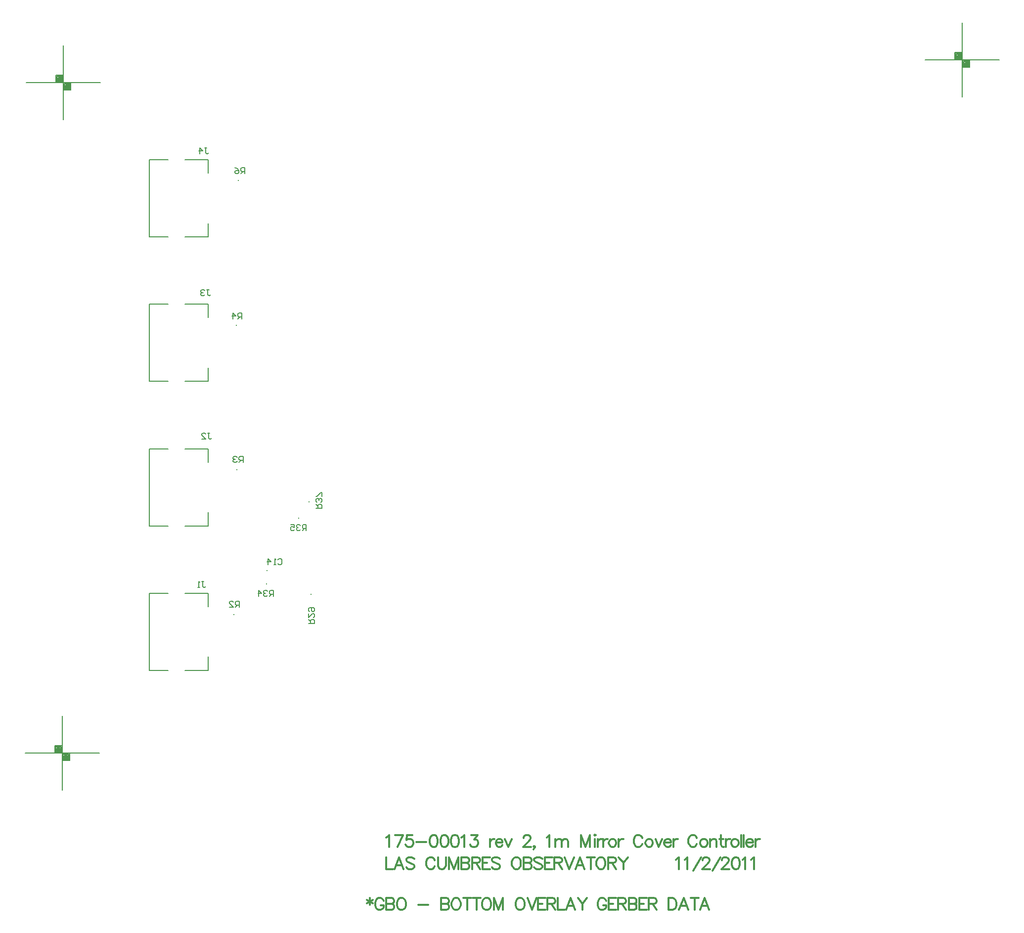
<source format=gbo>
%FSLAX23Y23*%
%MOIN*%
G70*
G01*
G75*
G04 Layer_Color=32896*
%ADD10R,0.025X0.100*%
%ADD11R,0.057X0.012*%
%ADD12R,0.025X0.185*%
%ADD13R,0.085X0.138*%
%ADD14R,0.085X0.043*%
%ADD15R,0.085X0.043*%
%ADD16R,0.035X0.053*%
%ADD17R,0.053X0.053*%
%ADD18R,0.070X0.135*%
%ADD19R,0.036X0.036*%
%ADD20R,0.098X0.268*%
%ADD21R,0.078X0.048*%
%ADD22R,0.063X0.075*%
%ADD23R,0.050X0.050*%
%ADD24R,0.079X0.209*%
%ADD25R,0.094X0.130*%
%ADD26O,0.028X0.098*%
%ADD27R,0.087X0.059*%
%ADD28O,0.027X0.010*%
%ADD29R,0.065X0.094*%
%ADD30O,0.024X0.010*%
%ADD31R,0.135X0.070*%
%ADD32R,0.050X0.050*%
%ADD33R,0.115X0.050*%
%ADD34R,0.065X0.135*%
%ADD35C,0.050*%
%ADD36C,0.008*%
%ADD37C,0.005*%
%ADD38C,0.012*%
%ADD39C,0.010*%
%ADD40C,0.020*%
%ADD41C,0.100*%
%ADD42C,0.030*%
%ADD43C,0.025*%
%ADD44C,0.012*%
%ADD45C,0.012*%
%ADD46C,0.060*%
%ADD47C,0.039*%
%ADD48C,0.220*%
%ADD49C,0.020*%
%ADD50C,0.059*%
%ADD51R,0.059X0.059*%
%ADD52C,0.063*%
%ADD53C,0.116*%
%ADD54C,0.065*%
%ADD55C,0.100*%
%ADD56C,0.079*%
%ADD57R,0.059X0.059*%
%ADD58C,0.059*%
%ADD59C,0.087*%
%ADD60R,0.087X0.087*%
%ADD61C,0.157*%
%ADD62C,0.026*%
%ADD63C,0.024*%
%ADD64C,0.050*%
%ADD65C,0.040*%
%ADD66C,0.070*%
G04:AMPARAMS|DCode=67|XSize=90mil|YSize=90mil|CornerRadius=0mil|HoleSize=0mil|Usage=FLASHONLY|Rotation=0.000|XOffset=0mil|YOffset=0mil|HoleType=Round|Shape=Relief|Width=10mil|Gap=10mil|Entries=4|*
%AMTHD67*
7,0,0,0.090,0.070,0.010,45*
%
%ADD67THD67*%
%ADD68C,0.080*%
%ADD69C,0.206*%
%ADD70C,0.075*%
%ADD71C,0.168*%
%ADD72C,0.080*%
%ADD73C,0.103*%
%ADD74C,0.087*%
%ADD75C,0.075*%
%ADD76C,0.076*%
%ADD77C,0.131*%
%ADD78C,0.053*%
G04:AMPARAMS|DCode=79|XSize=110mil|YSize=110mil|CornerRadius=0mil|HoleSize=0mil|Usage=FLASHONLY|Rotation=0.000|XOffset=0mil|YOffset=0mil|HoleType=Round|Shape=Relief|Width=10mil|Gap=10mil|Entries=4|*
%AMTHD79*
7,0,0,0.110,0.090,0.010,45*
%
%ADD79THD79*%
G04:AMPARAMS|DCode=80|XSize=70mil|YSize=70mil|CornerRadius=0mil|HoleSize=0mil|Usage=FLASHONLY|Rotation=0.000|XOffset=0mil|YOffset=0mil|HoleType=Round|Shape=Relief|Width=10mil|Gap=10mil|Entries=4|*
%AMTHD80*
7,0,0,0.070,0.050,0.010,45*
%
%ADD80THD80*%
G04:AMPARAMS|DCode=81|XSize=120mil|YSize=120mil|CornerRadius=0mil|HoleSize=0mil|Usage=FLASHONLY|Rotation=0.000|XOffset=0mil|YOffset=0mil|HoleType=Round|Shape=Relief|Width=10mil|Gap=10mil|Entries=4|*
%AMTHD81*
7,0,0,0.120,0.100,0.010,45*
%
%ADD81THD81*%
%ADD82C,0.068*%
G04:AMPARAMS|DCode=83|XSize=100mil|YSize=100mil|CornerRadius=0mil|HoleSize=0mil|Usage=FLASHONLY|Rotation=0.000|XOffset=0mil|YOffset=0mil|HoleType=Round|Shape=Relief|Width=10mil|Gap=10mil|Entries=4|*
%AMTHD83*
7,0,0,0.100,0.080,0.010,45*
%
%ADD83THD83*%
G04:AMPARAMS|DCode=84|XSize=123mil|YSize=123mil|CornerRadius=0mil|HoleSize=0mil|Usage=FLASHONLY|Rotation=0.000|XOffset=0mil|YOffset=0mil|HoleType=Round|Shape=Relief|Width=10mil|Gap=10mil|Entries=4|*
%AMTHD84*
7,0,0,0.123,0.103,0.010,45*
%
%ADD84THD84*%
G04:AMPARAMS|DCode=85|XSize=95.433mil|YSize=95.433mil|CornerRadius=0mil|HoleSize=0mil|Usage=FLASHONLY|Rotation=0.000|XOffset=0mil|YOffset=0mil|HoleType=Round|Shape=Relief|Width=10mil|Gap=10mil|Entries=4|*
%AMTHD85*
7,0,0,0.095,0.075,0.010,45*
%
%ADD85THD85*%
G04:AMPARAMS|DCode=86|XSize=107.244mil|YSize=107.244mil|CornerRadius=0mil|HoleSize=0mil|Usage=FLASHONLY|Rotation=0.000|XOffset=0mil|YOffset=0mil|HoleType=Round|Shape=Relief|Width=10mil|Gap=10mil|Entries=4|*
%AMTHD86*
7,0,0,0.107,0.087,0.010,45*
%
%ADD86THD86*%
G04:AMPARAMS|DCode=87|XSize=96.221mil|YSize=96.221mil|CornerRadius=0mil|HoleSize=0mil|Usage=FLASHONLY|Rotation=0.000|XOffset=0mil|YOffset=0mil|HoleType=Round|Shape=Relief|Width=10mil|Gap=10mil|Entries=4|*
%AMTHD87*
7,0,0,0.096,0.076,0.010,45*
%
%ADD87THD87*%
G04:AMPARAMS|DCode=88|XSize=150.551mil|YSize=150.551mil|CornerRadius=0mil|HoleSize=0mil|Usage=FLASHONLY|Rotation=0.000|XOffset=0mil|YOffset=0mil|HoleType=Round|Shape=Relief|Width=10mil|Gap=10mil|Entries=4|*
%AMTHD88*
7,0,0,0.151,0.131,0.010,45*
%
%ADD88THD88*%
G04:AMPARAMS|DCode=89|XSize=72.992mil|YSize=72.992mil|CornerRadius=0mil|HoleSize=0mil|Usage=FLASHONLY|Rotation=0.000|XOffset=0mil|YOffset=0mil|HoleType=Round|Shape=Relief|Width=10mil|Gap=10mil|Entries=4|*
%AMTHD89*
7,0,0,0.073,0.053,0.010,45*
%
%ADD89THD89*%
%ADD90C,0.090*%
G04:AMPARAMS|DCode=91|XSize=88mil|YSize=88mil|CornerRadius=0mil|HoleSize=0mil|Usage=FLASHONLY|Rotation=0.000|XOffset=0mil|YOffset=0mil|HoleType=Round|Shape=Relief|Width=10mil|Gap=10mil|Entries=4|*
%AMTHD91*
7,0,0,0.088,0.068,0.010,45*
%
%ADD91THD91*%
%ADD92C,0.010*%
%ADD93C,0.010*%
%ADD94C,0.020*%
%ADD95C,0.008*%
%ADD96C,0.006*%
%ADD97C,0.007*%
%ADD98R,0.136X0.162*%
%ADD99R,0.033X0.108*%
%ADD100R,0.061X0.016*%
%ADD101R,0.033X0.193*%
%ADD102R,0.093X0.146*%
%ADD103R,0.093X0.051*%
%ADD104R,0.093X0.051*%
%ADD105R,0.043X0.061*%
%ADD106R,0.061X0.061*%
%ADD107R,0.078X0.143*%
%ADD108R,0.044X0.044*%
%ADD109R,0.106X0.276*%
%ADD110R,0.086X0.056*%
%ADD111R,0.071X0.083*%
%ADD112R,0.058X0.058*%
%ADD113R,0.087X0.217*%
%ADD114R,0.102X0.138*%
%ADD115O,0.036X0.106*%
%ADD116R,0.095X0.067*%
%ADD117O,0.035X0.018*%
%ADD118R,0.073X0.102*%
%ADD119O,0.032X0.018*%
%ADD120R,0.143X0.078*%
%ADD121R,0.058X0.058*%
%ADD122R,0.123X0.058*%
%ADD123R,0.073X0.143*%
%ADD124C,0.047*%
%ADD125C,0.228*%
%ADD126C,0.028*%
%ADD127C,0.067*%
%ADD128R,0.067X0.067*%
%ADD129C,0.071*%
%ADD130C,0.124*%
%ADD131C,0.073*%
%ADD132C,0.108*%
%ADD133C,0.087*%
%ADD134R,0.067X0.067*%
%ADD135C,0.067*%
%ADD136C,0.095*%
%ADD137R,0.095X0.095*%
%ADD138C,0.165*%
%ADD139C,0.032*%
%ADD140C,0.058*%
%ADD141R,1.232X0.245*%
%ADD142C,0.034*%
D36*
X12274Y11255D02*
X12288D01*
X12281D01*
Y11222D01*
X12288Y11215D01*
X12294D01*
X12301Y11222D01*
X12261Y11215D02*
X12248D01*
X12254D01*
Y11255D01*
X12261Y11249D01*
X12293Y14179D02*
X12307D01*
X12300D01*
Y14146D01*
X12307Y14139D01*
X12313D01*
X12320Y14146D01*
X12260Y14139D02*
Y14179D01*
X12280Y14159D01*
X12253D01*
X12308Y13222D02*
X12322D01*
X12315D01*
Y13189D01*
X12322Y13182D01*
X12328D01*
X12335Y13189D01*
X12295Y13216D02*
X12288Y13222D01*
X12275D01*
X12268Y13216D01*
Y13209D01*
X12275Y13202D01*
X12282D01*
X12275D01*
X12268Y13196D01*
Y13189D01*
X12275Y13182D01*
X12288D01*
X12295Y13189D01*
X12313Y12255D02*
X12327D01*
X12320D01*
Y12222D01*
X12327Y12215D01*
X12333D01*
X12340Y12222D01*
X12273Y12215D02*
X12300D01*
X12273Y12242D01*
Y12249D01*
X12280Y12255D01*
X12293D01*
X12300Y12249D01*
X12526Y11082D02*
Y11122D01*
X12506D01*
X12499Y11116D01*
Y11102D01*
X12506Y11096D01*
X12526D01*
X12513D02*
X12499Y11082D01*
X12459D02*
X12486D01*
X12459Y11109D01*
Y11116D01*
X12466Y11122D01*
X12479D01*
X12486Y11116D01*
X12552Y12058D02*
Y12098D01*
X12532D01*
X12525Y12092D01*
Y12078D01*
X12532Y12072D01*
X12552D01*
X12539D02*
X12525Y12058D01*
X12512Y12092D02*
X12505Y12098D01*
X12492D01*
X12485Y12092D01*
Y12085D01*
X12492Y12078D01*
X12499D01*
X12492D01*
X12485Y12072D01*
Y12065D01*
X12492Y12058D01*
X12505D01*
X12512Y12065D01*
X12543Y13027D02*
Y13067D01*
X12523D01*
X12516Y13061D01*
Y13047D01*
X12523Y13041D01*
X12543D01*
X12530D02*
X12516Y13027D01*
X12483D02*
Y13067D01*
X12503Y13047D01*
X12476D01*
X12565Y14005D02*
Y14045D01*
X12545D01*
X12538Y14039D01*
Y14025D01*
X12545Y14019D01*
X12565D01*
X12552D02*
X12538Y14005D01*
X12498Y14045D02*
X12512Y14039D01*
X12525Y14025D01*
Y14012D01*
X12518Y14005D01*
X12505D01*
X12498Y14012D01*
Y14019D01*
X12505Y14025D01*
X12525D01*
X12978Y11601D02*
Y11641D01*
X12958D01*
X12952Y11634D01*
Y11621D01*
X12958Y11614D01*
X12978D01*
X12965D02*
X12952Y11601D01*
X12938Y11634D02*
X12932Y11641D01*
X12918D01*
X12912Y11634D01*
Y11627D01*
X12918Y11621D01*
X12925D01*
X12918D01*
X12912Y11614D01*
Y11607D01*
X12918Y11601D01*
X12932D01*
X12938Y11607D01*
X12872Y11641D02*
X12898D01*
Y11621D01*
X12885Y11627D01*
X12878D01*
X12872Y11621D01*
Y11607D01*
X12878Y11601D01*
X12892D01*
X12898Y11607D01*
X13044Y11751D02*
X13084D01*
Y11771D01*
X13078Y11777D01*
X13064D01*
X13058Y11771D01*
Y11751D01*
Y11764D02*
X13044Y11777D01*
X13078Y11791D02*
X13084Y11797D01*
Y11811D01*
X13078Y11817D01*
X13071D01*
X13064Y11811D01*
Y11804D01*
Y11811D01*
X13058Y11817D01*
X13051D01*
X13044Y11811D01*
Y11797D01*
X13051Y11791D01*
X13084Y11831D02*
Y11857D01*
X13078D01*
X13051Y11831D01*
X13044D01*
X12758Y11157D02*
Y11197D01*
X12738D01*
X12731Y11190D01*
Y11177D01*
X12738Y11170D01*
X12758D01*
X12745D02*
X12731Y11157D01*
X12718Y11190D02*
X12711Y11197D01*
X12698D01*
X12691Y11190D01*
Y11183D01*
X12698Y11177D01*
X12705D01*
X12698D01*
X12691Y11170D01*
Y11163D01*
X12698Y11157D01*
X12711D01*
X12718Y11163D01*
X12658Y11157D02*
Y11197D01*
X12678Y11177D01*
X12652D01*
X12786Y11404D02*
X12793Y11411D01*
X12806D01*
X12813Y11404D01*
Y11377D01*
X12806Y11371D01*
X12793D01*
X12786Y11377D01*
X12773Y11371D02*
X12760D01*
X12766D01*
Y11411D01*
X12773Y11404D01*
X12720Y11371D02*
Y11411D01*
X12740Y11391D01*
X12713D01*
X12994Y10973D02*
X13034D01*
Y10993D01*
X13027Y10999D01*
X13014D01*
X13007Y10993D01*
Y10973D01*
Y10986D02*
X12994Y10999D01*
Y11039D02*
Y11013D01*
X13021Y11039D01*
X13027D01*
X13034Y11033D01*
Y11019D01*
X13027Y11013D01*
X13001Y11053D02*
X12994Y11059D01*
Y11073D01*
X13001Y11079D01*
X13027D01*
X13034Y11073D01*
Y11059D01*
X13027Y11053D01*
X13021D01*
X13014Y11059D01*
Y11079D01*
X11311Y14643D02*
X11321D01*
X11311Y14638D02*
Y14648D01*
Y14638D02*
X11321D01*
Y14648D01*
X11311D02*
X11321D01*
X11306Y14633D02*
Y14648D01*
Y14633D02*
X11326D01*
Y14653D01*
X11306D02*
X11326D01*
X11301Y14628D02*
Y14653D01*
Y14628D02*
X11331D01*
Y14658D01*
X11301D02*
X11331D01*
X11296Y14623D02*
Y14663D01*
Y14623D02*
X11336D01*
Y14663D01*
X11296D02*
X11336D01*
X11361Y14593D02*
X11371D01*
X11361Y14588D02*
Y14598D01*
Y14588D02*
X11371D01*
Y14598D01*
X11361D02*
X11371D01*
X11356Y14583D02*
Y14598D01*
Y14583D02*
X11376D01*
Y14603D01*
X11356D02*
X11376D01*
X11351Y14578D02*
Y14603D01*
Y14578D02*
X11381D01*
Y14608D01*
X11351D02*
X11381D01*
X11346Y14573D02*
Y14613D01*
Y14573D02*
X11386D01*
Y14613D01*
X11346D02*
X11386D01*
X11341Y14568D02*
X11391D01*
Y14618D01*
X11291Y14668D02*
X11341D01*
X11291Y14618D02*
Y14668D01*
X11341Y14368D02*
Y14868D01*
X11091Y14618D02*
X11591D01*
X11302Y10123D02*
X11312D01*
X11302Y10118D02*
Y10128D01*
Y10118D02*
X11312D01*
Y10128D01*
X11302D02*
X11312D01*
X11297Y10113D02*
Y10128D01*
Y10113D02*
X11317D01*
Y10133D01*
X11297D02*
X11317D01*
X11292Y10108D02*
Y10133D01*
Y10108D02*
X11322D01*
Y10138D01*
X11292D02*
X11322D01*
X11287Y10103D02*
Y10143D01*
Y10103D02*
X11327D01*
Y10143D01*
X11287D02*
X11327D01*
X11352Y10073D02*
X11362D01*
X11352Y10068D02*
Y10078D01*
Y10068D02*
X11362D01*
Y10078D01*
X11352D02*
X11362D01*
X11347Y10063D02*
Y10078D01*
Y10063D02*
X11367D01*
Y10083D01*
X11347D02*
X11367D01*
X11342Y10058D02*
Y10083D01*
Y10058D02*
X11372D01*
Y10088D01*
X11342D02*
X11372D01*
X11337Y10053D02*
Y10093D01*
Y10053D02*
X11377D01*
Y10093D01*
X11337D02*
X11377D01*
X11332Y10048D02*
X11382D01*
Y10098D01*
X11282Y10148D02*
X11332D01*
X11282Y10098D02*
Y10148D01*
X11332Y9848D02*
Y10348D01*
X11082Y10098D02*
X11582D01*
X17370Y14798D02*
X17380D01*
X17370Y14793D02*
Y14803D01*
Y14793D02*
X17380Y14793D01*
X17380Y14803D01*
X17370D02*
X17380D01*
X17365Y14788D02*
Y14803D01*
Y14788D02*
X17385D01*
Y14808D01*
X17365Y14808D02*
X17385Y14808D01*
X17360Y14783D02*
Y14808D01*
Y14783D02*
X17390D01*
Y14813D01*
X17360D02*
X17390D01*
X17355Y14778D02*
Y14818D01*
Y14778D02*
X17395D01*
Y14818D01*
X17355D02*
X17395D01*
X17420Y14748D02*
X17430D01*
X17420Y14743D02*
X17420Y14753D01*
X17420Y14743D02*
X17430D01*
Y14753D01*
X17420Y14753D02*
X17430Y14753D01*
X17415Y14738D02*
Y14753D01*
Y14738D02*
X17435Y14738D01*
X17435Y14758D02*
X17435Y14738D01*
X17415Y14758D02*
X17435D01*
X17410Y14733D02*
Y14758D01*
Y14733D02*
X17440D01*
Y14763D01*
X17410D02*
X17440D01*
X17405Y14728D02*
Y14768D01*
Y14728D02*
X17445D01*
Y14768D01*
X17405D02*
X17445D01*
X17400Y14723D02*
X17450Y14723D01*
X17450Y14773D02*
X17450Y14723D01*
X17350Y14823D02*
X17400Y14823D01*
X17350Y14823D02*
X17350Y14773D01*
X17400Y14523D02*
Y15023D01*
X17150Y14773D02*
X17650D01*
D38*
X13518Y9531D02*
X13526Y9535D01*
X13537Y9546D01*
Y9466D01*
X13630Y9546D02*
X13592Y9466D01*
X13577Y9546D02*
X13630D01*
X13694D02*
X13656D01*
X13652Y9512D01*
X13656Y9516D01*
X13667Y9520D01*
X13679D01*
X13690Y9516D01*
X13698Y9508D01*
X13701Y9497D01*
Y9489D01*
X13698Y9478D01*
X13690Y9470D01*
X13679Y9466D01*
X13667D01*
X13656Y9470D01*
X13652Y9474D01*
X13648Y9482D01*
X13719Y9501D02*
X13788D01*
X13834Y9546D02*
X13823Y9543D01*
X13815Y9531D01*
X13811Y9512D01*
Y9501D01*
X13815Y9482D01*
X13823Y9470D01*
X13834Y9466D01*
X13842D01*
X13853Y9470D01*
X13861Y9482D01*
X13865Y9501D01*
Y9512D01*
X13861Y9531D01*
X13853Y9543D01*
X13842Y9546D01*
X13834D01*
X13906D02*
X13894Y9543D01*
X13886Y9531D01*
X13883Y9512D01*
Y9501D01*
X13886Y9482D01*
X13894Y9470D01*
X13906Y9466D01*
X13913D01*
X13925Y9470D01*
X13932Y9482D01*
X13936Y9501D01*
Y9512D01*
X13932Y9531D01*
X13925Y9543D01*
X13913Y9546D01*
X13906D01*
X13977D02*
X13965Y9543D01*
X13958Y9531D01*
X13954Y9512D01*
Y9501D01*
X13958Y9482D01*
X13965Y9470D01*
X13977Y9466D01*
X13984D01*
X13996Y9470D01*
X14003Y9482D01*
X14007Y9501D01*
Y9512D01*
X14003Y9531D01*
X13996Y9543D01*
X13984Y9546D01*
X13977D01*
X14025Y9531D02*
X14033Y9535D01*
X14044Y9546D01*
Y9466D01*
X14091Y9546D02*
X14133D01*
X14110Y9516D01*
X14122D01*
X14129Y9512D01*
X14133Y9508D01*
X14137Y9497D01*
Y9489D01*
X14133Y9478D01*
X14126Y9470D01*
X14114Y9466D01*
X14103D01*
X14091Y9470D01*
X14088Y9474D01*
X14084Y9482D01*
X14218Y9520D02*
Y9466D01*
Y9497D02*
X14222Y9508D01*
X14229Y9516D01*
X14237Y9520D01*
X14248D01*
X14256Y9497D02*
X14301D01*
Y9504D01*
X14297Y9512D01*
X14294Y9516D01*
X14286Y9520D01*
X14275D01*
X14267Y9516D01*
X14259Y9508D01*
X14256Y9497D01*
Y9489D01*
X14259Y9478D01*
X14267Y9470D01*
X14275Y9466D01*
X14286D01*
X14294Y9470D01*
X14301Y9478D01*
X14318Y9520D02*
X14341Y9466D01*
X14364Y9520D02*
X14341Y9466D01*
X14444Y9527D02*
Y9531D01*
X14447Y9539D01*
X14451Y9543D01*
X14459Y9546D01*
X14474D01*
X14482Y9543D01*
X14486Y9539D01*
X14489Y9531D01*
Y9523D01*
X14486Y9516D01*
X14478Y9504D01*
X14440Y9466D01*
X14493D01*
X14519Y9470D02*
X14515Y9466D01*
X14511Y9470D01*
X14515Y9474D01*
X14519Y9470D01*
Y9463D01*
X14515Y9455D01*
X14511Y9451D01*
X14599Y9531D02*
X14607Y9535D01*
X14618Y9546D01*
Y9466D01*
X14658Y9520D02*
Y9466D01*
Y9504D02*
X14669Y9516D01*
X14677Y9520D01*
X14688D01*
X14696Y9516D01*
X14700Y9504D01*
Y9466D01*
Y9504D02*
X14711Y9516D01*
X14719Y9520D01*
X14730D01*
X14738Y9516D01*
X14742Y9504D01*
Y9466D01*
X14830Y9546D02*
Y9466D01*
Y9546D02*
X14860Y9466D01*
X14890Y9546D02*
X14860Y9466D01*
X14890Y9546D02*
Y9466D01*
X14921Y9546D02*
X14925Y9543D01*
X14929Y9546D01*
X14925Y9550D01*
X14921Y9546D01*
X14925Y9520D02*
Y9466D01*
X14943Y9520D02*
Y9466D01*
Y9497D02*
X14946Y9508D01*
X14954Y9516D01*
X14962Y9520D01*
X14973D01*
X14980D02*
Y9466D01*
Y9497D02*
X14984Y9508D01*
X14992Y9516D01*
X14999Y9520D01*
X15011D01*
X15037D02*
X15029Y9516D01*
X15022Y9508D01*
X15018Y9497D01*
Y9489D01*
X15022Y9478D01*
X15029Y9470D01*
X15037Y9466D01*
X15049D01*
X15056Y9470D01*
X15064Y9478D01*
X15068Y9489D01*
Y9497D01*
X15064Y9508D01*
X15056Y9516D01*
X15049Y9520D01*
X15037D01*
X15085D02*
Y9466D01*
Y9497D02*
X15089Y9508D01*
X15097Y9516D01*
X15104Y9520D01*
X15116D01*
X15243Y9527D02*
X15239Y9535D01*
X15231Y9543D01*
X15224Y9546D01*
X15208D01*
X15201Y9543D01*
X15193Y9535D01*
X15189Y9527D01*
X15186Y9516D01*
Y9497D01*
X15189Y9485D01*
X15193Y9478D01*
X15201Y9470D01*
X15208Y9466D01*
X15224D01*
X15231Y9470D01*
X15239Y9478D01*
X15243Y9485D01*
X15284Y9520D02*
X15277Y9516D01*
X15269Y9508D01*
X15265Y9497D01*
Y9489D01*
X15269Y9478D01*
X15277Y9470D01*
X15284Y9466D01*
X15296D01*
X15303Y9470D01*
X15311Y9478D01*
X15315Y9489D01*
Y9497D01*
X15311Y9508D01*
X15303Y9516D01*
X15296Y9520D01*
X15284D01*
X15332D02*
X15355Y9466D01*
X15378Y9520D02*
X15355Y9466D01*
X15391Y9497D02*
X15437D01*
Y9504D01*
X15433Y9512D01*
X15429Y9516D01*
X15421Y9520D01*
X15410D01*
X15402Y9516D01*
X15395Y9508D01*
X15391Y9497D01*
Y9489D01*
X15395Y9478D01*
X15402Y9470D01*
X15410Y9466D01*
X15421D01*
X15429Y9470D01*
X15437Y9478D01*
X15454Y9520D02*
Y9466D01*
Y9497D02*
X15458Y9508D01*
X15465Y9516D01*
X15473Y9520D01*
X15484D01*
X15611Y9527D02*
X15608Y9535D01*
X15600Y9543D01*
X15592Y9546D01*
X15577D01*
X15570Y9543D01*
X15562Y9535D01*
X15558Y9527D01*
X15554Y9516D01*
Y9497D01*
X15558Y9485D01*
X15562Y9478D01*
X15570Y9470D01*
X15577Y9466D01*
X15592D01*
X15600Y9470D01*
X15608Y9478D01*
X15611Y9485D01*
X15653Y9520D02*
X15645Y9516D01*
X15638Y9508D01*
X15634Y9497D01*
Y9489D01*
X15638Y9478D01*
X15645Y9470D01*
X15653Y9466D01*
X15664D01*
X15672Y9470D01*
X15680Y9478D01*
X15683Y9489D01*
Y9497D01*
X15680Y9508D01*
X15672Y9516D01*
X15664Y9520D01*
X15653D01*
X15701D02*
Y9466D01*
Y9504D02*
X15712Y9516D01*
X15720Y9520D01*
X15731D01*
X15739Y9516D01*
X15743Y9504D01*
Y9466D01*
X15775Y9546D02*
Y9482D01*
X15779Y9470D01*
X15787Y9466D01*
X15794D01*
X15764Y9520D02*
X15790D01*
X15806D02*
Y9466D01*
Y9497D02*
X15809Y9508D01*
X15817Y9516D01*
X15825Y9520D01*
X15836D01*
X15862D02*
X15855Y9516D01*
X15847Y9508D01*
X15843Y9497D01*
Y9489D01*
X15847Y9478D01*
X15855Y9470D01*
X15862Y9466D01*
X15874D01*
X15881Y9470D01*
X15889Y9478D01*
X15893Y9489D01*
Y9497D01*
X15889Y9508D01*
X15881Y9516D01*
X15874Y9520D01*
X15862D01*
X15910Y9546D02*
Y9466D01*
X15927Y9546D02*
Y9466D01*
X15944Y9497D02*
X15990D01*
Y9504D01*
X15986Y9512D01*
X15982Y9516D01*
X15974Y9520D01*
X15963D01*
X15955Y9516D01*
X15948Y9508D01*
X15944Y9497D01*
Y9489D01*
X15948Y9478D01*
X15955Y9470D01*
X15963Y9466D01*
X15974D01*
X15982Y9470D01*
X15990Y9478D01*
X16007Y9520D02*
Y9466D01*
Y9497D02*
X16011Y9508D01*
X16018Y9516D01*
X16026Y9520D01*
X16037D01*
D44*
X13407Y9122D02*
Y9076D01*
X13388Y9110D02*
X13426Y9087D01*
Y9110D02*
X13388Y9087D01*
X13500Y9103D02*
X13496Y9110D01*
X13488Y9118D01*
X13481Y9122D01*
X13466D01*
X13458Y9118D01*
X13450Y9110D01*
X13447Y9103D01*
X13443Y9091D01*
Y9072D01*
X13447Y9061D01*
X13450Y9053D01*
X13458Y9045D01*
X13466Y9042D01*
X13481D01*
X13488Y9045D01*
X13496Y9053D01*
X13500Y9061D01*
Y9072D01*
X13481D02*
X13500D01*
X13518Y9122D02*
Y9042D01*
Y9122D02*
X13552D01*
X13564Y9118D01*
X13568Y9114D01*
X13571Y9106D01*
Y9099D01*
X13568Y9091D01*
X13564Y9087D01*
X13552Y9084D01*
X13518D02*
X13552D01*
X13564Y9080D01*
X13568Y9076D01*
X13571Y9068D01*
Y9057D01*
X13568Y9049D01*
X13564Y9045D01*
X13552Y9042D01*
X13518D01*
X13612Y9122D02*
X13605Y9118D01*
X13597Y9110D01*
X13593Y9103D01*
X13589Y9091D01*
Y9072D01*
X13593Y9061D01*
X13597Y9053D01*
X13605Y9045D01*
X13612Y9042D01*
X13627D01*
X13635Y9045D01*
X13643Y9053D01*
X13647Y9061D01*
X13650Y9072D01*
Y9091D01*
X13647Y9103D01*
X13643Y9110D01*
X13635Y9118D01*
X13627Y9122D01*
X13612D01*
X13732Y9076D02*
X13800D01*
X13887Y9122D02*
Y9042D01*
Y9122D02*
X13921D01*
X13933Y9118D01*
X13936Y9114D01*
X13940Y9106D01*
Y9099D01*
X13936Y9091D01*
X13933Y9087D01*
X13921Y9084D01*
X13887D02*
X13921D01*
X13933Y9080D01*
X13936Y9076D01*
X13940Y9068D01*
Y9057D01*
X13936Y9049D01*
X13933Y9045D01*
X13921Y9042D01*
X13887D01*
X13981Y9122D02*
X13973Y9118D01*
X13966Y9110D01*
X13962Y9103D01*
X13958Y9091D01*
Y9072D01*
X13962Y9061D01*
X13966Y9053D01*
X13973Y9045D01*
X13981Y9042D01*
X13996D01*
X14004Y9045D01*
X14011Y9053D01*
X14015Y9061D01*
X14019Y9072D01*
Y9091D01*
X14015Y9103D01*
X14011Y9110D01*
X14004Y9118D01*
X13996Y9122D01*
X13981D01*
X14064D02*
Y9042D01*
X14038Y9122D02*
X14091D01*
X14127D02*
Y9042D01*
X14101Y9122D02*
X14154D01*
X14186D02*
X14179Y9118D01*
X14171Y9110D01*
X14167Y9103D01*
X14163Y9091D01*
Y9072D01*
X14167Y9061D01*
X14171Y9053D01*
X14179Y9045D01*
X14186Y9042D01*
X14201D01*
X14209Y9045D01*
X14217Y9053D01*
X14220Y9061D01*
X14224Y9072D01*
Y9091D01*
X14220Y9103D01*
X14217Y9110D01*
X14209Y9118D01*
X14201Y9122D01*
X14186D01*
X14243D02*
Y9042D01*
Y9122D02*
X14273Y9042D01*
X14304Y9122D02*
X14273Y9042D01*
X14304Y9122D02*
Y9042D01*
X14412Y9122D02*
X14405Y9118D01*
X14397Y9110D01*
X14393Y9103D01*
X14390Y9091D01*
Y9072D01*
X14393Y9061D01*
X14397Y9053D01*
X14405Y9045D01*
X14412Y9042D01*
X14428D01*
X14435Y9045D01*
X14443Y9053D01*
X14447Y9061D01*
X14451Y9072D01*
Y9091D01*
X14447Y9103D01*
X14443Y9110D01*
X14435Y9118D01*
X14428Y9122D01*
X14412D01*
X14469D02*
X14500Y9042D01*
X14530Y9122D02*
X14500Y9042D01*
X14590Y9122D02*
X14540D01*
Y9042D01*
X14590D01*
X14540Y9084D02*
X14571D01*
X14603Y9122D02*
Y9042D01*
Y9122D02*
X14638D01*
X14649Y9118D01*
X14653Y9114D01*
X14657Y9106D01*
Y9099D01*
X14653Y9091D01*
X14649Y9087D01*
X14638Y9084D01*
X14603D01*
X14630D02*
X14657Y9042D01*
X14674Y9122D02*
Y9042D01*
X14720D01*
X14790D02*
X14759Y9122D01*
X14729Y9042D01*
X14740Y9068D02*
X14778D01*
X14809Y9122D02*
X14839Y9084D01*
Y9042D01*
X14869Y9122D02*
X14839Y9084D01*
X15000Y9103D02*
X14996Y9110D01*
X14988Y9118D01*
X14981Y9122D01*
X14965D01*
X14958Y9118D01*
X14950Y9110D01*
X14946Y9103D01*
X14943Y9091D01*
Y9072D01*
X14946Y9061D01*
X14950Y9053D01*
X14958Y9045D01*
X14965Y9042D01*
X14981D01*
X14988Y9045D01*
X14996Y9053D01*
X15000Y9061D01*
Y9072D01*
X14981D02*
X15000D01*
X15068Y9122D02*
X15018D01*
Y9042D01*
X15068D01*
X15018Y9084D02*
X15048D01*
X15081Y9122D02*
Y9042D01*
Y9122D02*
X15115D01*
X15127Y9118D01*
X15130Y9114D01*
X15134Y9106D01*
Y9099D01*
X15130Y9091D01*
X15127Y9087D01*
X15115Y9084D01*
X15081D01*
X15108D02*
X15134Y9042D01*
X15152Y9122D02*
Y9042D01*
Y9122D02*
X15186D01*
X15198Y9118D01*
X15202Y9114D01*
X15205Y9106D01*
Y9099D01*
X15202Y9091D01*
X15198Y9087D01*
X15186Y9084D01*
X15152D02*
X15186D01*
X15198Y9080D01*
X15202Y9076D01*
X15205Y9068D01*
Y9057D01*
X15202Y9049D01*
X15198Y9045D01*
X15186Y9042D01*
X15152D01*
X15273Y9122D02*
X15223D01*
Y9042D01*
X15273D01*
X15223Y9084D02*
X15254D01*
X15286Y9122D02*
Y9042D01*
Y9122D02*
X15320D01*
X15332Y9118D01*
X15336Y9114D01*
X15339Y9106D01*
Y9099D01*
X15336Y9091D01*
X15332Y9087D01*
X15320Y9084D01*
X15286D01*
X15313D02*
X15339Y9042D01*
X15420Y9122D02*
Y9042D01*
Y9122D02*
X15447D01*
X15458Y9118D01*
X15466Y9110D01*
X15470Y9103D01*
X15474Y9091D01*
Y9072D01*
X15470Y9061D01*
X15466Y9053D01*
X15458Y9045D01*
X15447Y9042D01*
X15420D01*
X15552D02*
X15522Y9122D01*
X15491Y9042D01*
X15503Y9068D02*
X15541D01*
X15598Y9122D02*
Y9042D01*
X15571Y9122D02*
X15624D01*
X15695Y9042D02*
X15664Y9122D01*
X15634Y9042D01*
X15645Y9068D02*
X15683D01*
D45*
X13518Y9396D02*
Y9316D01*
X13564D01*
X13634D02*
X13603Y9396D01*
X13573Y9316D01*
X13584Y9343D02*
X13622D01*
X13706Y9385D02*
X13698Y9393D01*
X13687Y9396D01*
X13671D01*
X13660Y9393D01*
X13652Y9385D01*
Y9377D01*
X13656Y9370D01*
X13660Y9366D01*
X13667Y9362D01*
X13690Y9354D01*
X13698Y9351D01*
X13702Y9347D01*
X13706Y9339D01*
Y9328D01*
X13698Y9320D01*
X13687Y9316D01*
X13671D01*
X13660Y9320D01*
X13652Y9328D01*
X13843Y9377D02*
X13840Y9385D01*
X13832Y9393D01*
X13824Y9396D01*
X13809D01*
X13802Y9393D01*
X13794Y9385D01*
X13790Y9377D01*
X13786Y9366D01*
Y9347D01*
X13790Y9335D01*
X13794Y9328D01*
X13802Y9320D01*
X13809Y9316D01*
X13824D01*
X13832Y9320D01*
X13840Y9328D01*
X13843Y9335D01*
X13866Y9396D02*
Y9339D01*
X13870Y9328D01*
X13877Y9320D01*
X13889Y9316D01*
X13896D01*
X13908Y9320D01*
X13915Y9328D01*
X13919Y9339D01*
Y9396D01*
X13941D02*
Y9316D01*
Y9396D02*
X13972Y9316D01*
X14002Y9396D02*
X13972Y9316D01*
X14002Y9396D02*
Y9316D01*
X14025Y9396D02*
Y9316D01*
Y9396D02*
X14059D01*
X14071Y9393D01*
X14075Y9389D01*
X14078Y9381D01*
Y9373D01*
X14075Y9366D01*
X14071Y9362D01*
X14059Y9358D01*
X14025D02*
X14059D01*
X14071Y9354D01*
X14075Y9351D01*
X14078Y9343D01*
Y9332D01*
X14075Y9324D01*
X14071Y9320D01*
X14059Y9316D01*
X14025D01*
X14096Y9396D02*
Y9316D01*
Y9396D02*
X14131D01*
X14142Y9393D01*
X14146Y9389D01*
X14150Y9381D01*
Y9373D01*
X14146Y9366D01*
X14142Y9362D01*
X14131Y9358D01*
X14096D01*
X14123D02*
X14150Y9316D01*
X14217Y9396D02*
X14168D01*
Y9316D01*
X14217D01*
X14168Y9358D02*
X14198D01*
X14284Y9385D02*
X14276Y9393D01*
X14265Y9396D01*
X14249D01*
X14238Y9393D01*
X14230Y9385D01*
Y9377D01*
X14234Y9370D01*
X14238Y9366D01*
X14246Y9362D01*
X14268Y9354D01*
X14276Y9351D01*
X14280Y9347D01*
X14284Y9339D01*
Y9328D01*
X14276Y9320D01*
X14265Y9316D01*
X14249D01*
X14238Y9320D01*
X14230Y9328D01*
X14387Y9396D02*
X14380Y9393D01*
X14372Y9385D01*
X14368Y9377D01*
X14364Y9366D01*
Y9347D01*
X14368Y9335D01*
X14372Y9328D01*
X14380Y9320D01*
X14387Y9316D01*
X14403D01*
X14410Y9320D01*
X14418Y9328D01*
X14422Y9335D01*
X14425Y9347D01*
Y9366D01*
X14422Y9377D01*
X14418Y9385D01*
X14410Y9393D01*
X14403Y9396D01*
X14387D01*
X14444D02*
Y9316D01*
Y9396D02*
X14478D01*
X14490Y9393D01*
X14494Y9389D01*
X14497Y9381D01*
Y9373D01*
X14494Y9366D01*
X14490Y9362D01*
X14478Y9358D01*
X14444D02*
X14478D01*
X14490Y9354D01*
X14494Y9351D01*
X14497Y9343D01*
Y9332D01*
X14494Y9324D01*
X14490Y9320D01*
X14478Y9316D01*
X14444D01*
X14569Y9385D02*
X14561Y9393D01*
X14550Y9396D01*
X14534D01*
X14523Y9393D01*
X14515Y9385D01*
Y9377D01*
X14519Y9370D01*
X14523Y9366D01*
X14531Y9362D01*
X14553Y9354D01*
X14561Y9351D01*
X14565Y9347D01*
X14569Y9339D01*
Y9328D01*
X14561Y9320D01*
X14550Y9316D01*
X14534D01*
X14523Y9320D01*
X14515Y9328D01*
X14636Y9396D02*
X14587D01*
Y9316D01*
X14636D01*
X14587Y9358D02*
X14617D01*
X14649Y9396D02*
Y9316D01*
Y9396D02*
X14684D01*
X14695Y9393D01*
X14699Y9389D01*
X14703Y9381D01*
Y9373D01*
X14699Y9366D01*
X14695Y9362D01*
X14684Y9358D01*
X14649D01*
X14676D02*
X14703Y9316D01*
X14721Y9396D02*
X14751Y9316D01*
X14782Y9396D02*
X14751Y9316D01*
X14853D02*
X14822Y9396D01*
X14792Y9316D01*
X14803Y9343D02*
X14841D01*
X14898Y9396D02*
Y9316D01*
X14871Y9396D02*
X14925D01*
X14957D02*
X14949Y9393D01*
X14942Y9385D01*
X14938Y9377D01*
X14934Y9366D01*
Y9347D01*
X14938Y9335D01*
X14942Y9328D01*
X14949Y9320D01*
X14957Y9316D01*
X14972D01*
X14980Y9320D01*
X14988Y9328D01*
X14991Y9335D01*
X14995Y9347D01*
Y9366D01*
X14991Y9377D01*
X14988Y9385D01*
X14980Y9393D01*
X14972Y9396D01*
X14957D01*
X15014D02*
Y9316D01*
Y9396D02*
X15048D01*
X15060Y9393D01*
X15063Y9389D01*
X15067Y9381D01*
Y9373D01*
X15063Y9366D01*
X15060Y9362D01*
X15048Y9358D01*
X15014D01*
X15041D02*
X15067Y9316D01*
X15085Y9396D02*
X15116Y9358D01*
Y9316D01*
X15146Y9396D02*
X15116Y9358D01*
X15471Y9381D02*
X15478Y9385D01*
X15490Y9396D01*
Y9316D01*
X15529Y9381D02*
X15537Y9385D01*
X15548Y9396D01*
Y9316D01*
X15588Y9305D02*
X15641Y9396D01*
X15650Y9377D02*
Y9381D01*
X15654Y9389D01*
X15658Y9393D01*
X15666Y9396D01*
X15681D01*
X15688Y9393D01*
X15692Y9389D01*
X15696Y9381D01*
Y9373D01*
X15692Y9366D01*
X15685Y9354D01*
X15646Y9316D01*
X15700D01*
X15718Y9305D02*
X15771Y9396D01*
X15780Y9377D02*
Y9381D01*
X15784Y9389D01*
X15788Y9393D01*
X15795Y9396D01*
X15811D01*
X15818Y9393D01*
X15822Y9389D01*
X15826Y9381D01*
Y9373D01*
X15822Y9366D01*
X15814Y9354D01*
X15776Y9316D01*
X15830D01*
X15870Y9396D02*
X15859Y9393D01*
X15851Y9381D01*
X15848Y9362D01*
Y9351D01*
X15851Y9332D01*
X15859Y9320D01*
X15870Y9316D01*
X15878D01*
X15889Y9320D01*
X15897Y9332D01*
X15901Y9351D01*
Y9362D01*
X15897Y9381D01*
X15889Y9393D01*
X15878Y9396D01*
X15870D01*
X15919Y9381D02*
X15926Y9385D01*
X15938Y9396D01*
Y9316D01*
X15977Y9381D02*
X15985Y9385D01*
X15996Y9396D01*
Y9316D01*
D93*
X12491Y11034D02*
D03*
X12511Y12009D02*
D03*
X12507Y12983D02*
D03*
X12521Y13959D02*
D03*
X12927Y11682D02*
D03*
X12997Y11792D02*
D03*
X12709Y11240D02*
D03*
X12714Y11328D02*
D03*
X13009Y11170D02*
D03*
D95*
X12318Y11086D02*
Y11177D01*
X11920Y10948D02*
Y11177D01*
X12160D02*
X12318D01*
X11920D02*
X12046D01*
X11920Y10657D02*
X12046D01*
X12160D02*
X12318D01*
X11920D02*
Y10948D01*
X12318Y10657D02*
Y10748D01*
Y14009D02*
Y14100D01*
X11920Y13872D02*
Y14100D01*
X12160D02*
X12318D01*
X11920D02*
X12046D01*
X11920Y13580D02*
X12046D01*
X12160D02*
X12318D01*
X11920D02*
Y13872D01*
X12318Y13580D02*
Y13671D01*
Y13035D02*
Y13125D01*
X11920Y12897D02*
Y13125D01*
X12160D02*
X12318D01*
X11920D02*
X12046D01*
X11920Y12606D02*
X12046D01*
X12160D02*
X12318D01*
X11920D02*
Y12897D01*
X12318Y12606D02*
Y12696D01*
Y12061D02*
Y12151D01*
X11920Y11923D02*
Y12151D01*
X12160D02*
X12318D01*
X11920D02*
X12046D01*
X11920Y11631D02*
X12046D01*
X12160D02*
X12318D01*
X11920D02*
Y11923D01*
X12318Y11631D02*
Y11722D01*
M02*

</source>
